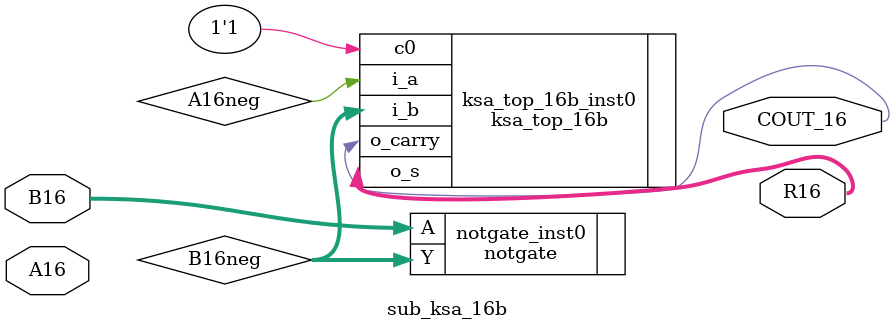
<source format=v>
module sub_ksa_16b (
  A16,
  B16,
  R16,
  COUT_16
  );
  
  input  [15:0] A16;
  input  [15:0] B16;
  output        COUT_16;
  output [15:0] R16; 
  
  wire   [15:0] A16;
  wire   [15:0] B16;
  wire          COUT_16;
  wire   [15:0] R16; 

  wire   [15:0] B16neg;
  
  notgate # (
    .DATA_WIDTH(16)
  ) notgate_inst0 (
    .A(B16),
    .Y(B16neg)
  );
  
  ksa_top_16b ksa_top_16b_inst0(
    .c0(1'b1),
    .i_a(A16neg),
    .i_b(B16neg),
    .o_s(R16),
    .o_carry(COUT_16)
  );
  
endmodule

</source>
